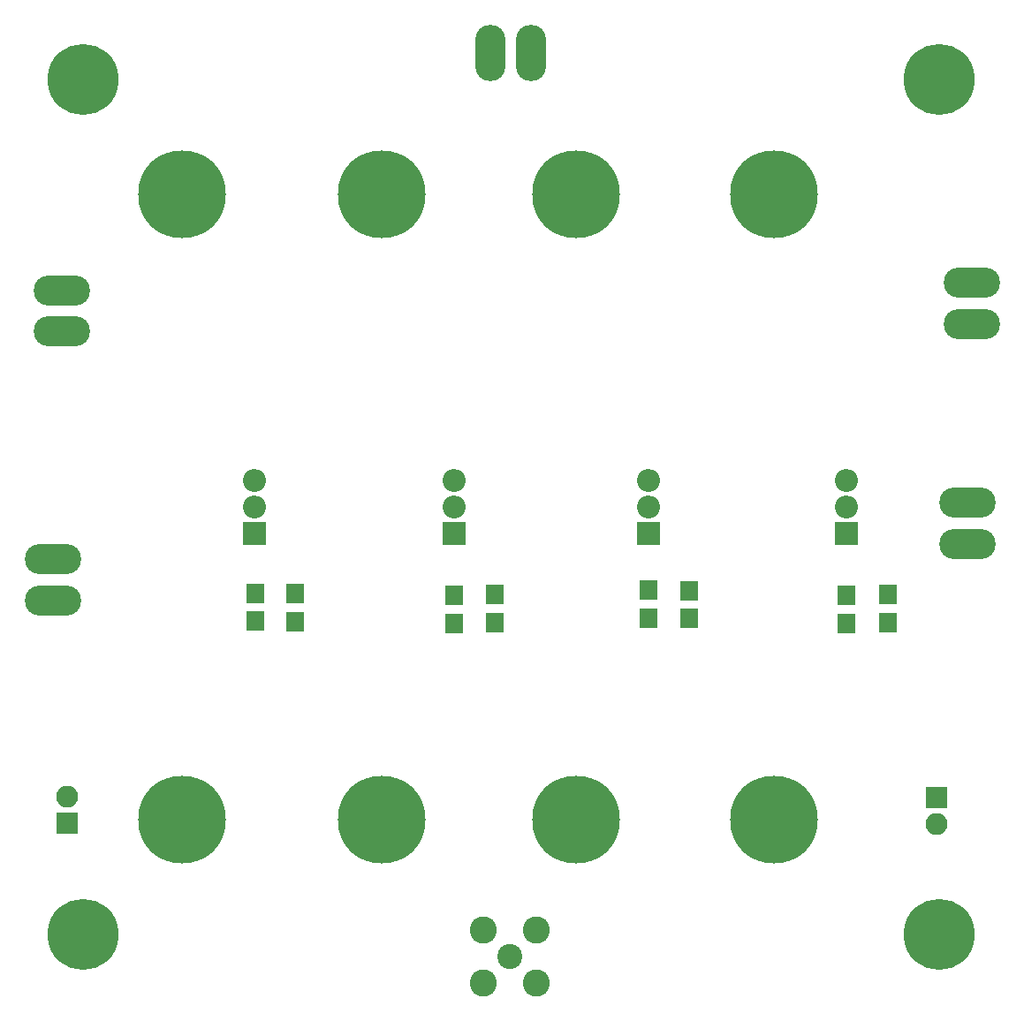
<source format=gbr>
G04 #@! TF.FileFunction,Soldermask,Bot*
%FSLAX46Y46*%
G04 Gerber Fmt 4.6, Leading zero omitted, Abs format (unit mm)*
G04 Created by KiCad (PCBNEW 4.0.2-stable) date 10/05/17 14:11:08*
%MOMM*%
G01*
G04 APERTURE LIST*
%ADD10C,0.100000*%
%ADD11R,2.200000X2.200000*%
%ADD12O,2.200000X2.200000*%
%ADD13C,8.400000*%
%ADD14C,6.800000*%
%ADD15C,1.200000*%
%ADD16R,2.100000X2.100000*%
%ADD17O,2.100000X2.100000*%
%ADD18O,5.401260X2.900000*%
%ADD19O,2.900000X5.401260*%
%ADD20C,2.600000*%
%ADD21C,2.400000*%
%ADD22R,1.700000X1.900000*%
G04 APERTURE END LIST*
D10*
D11*
X123116980Y-98024760D03*
D12*
X123116980Y-95484760D03*
X123116980Y-92944760D03*
D13*
X116150000Y-125500000D03*
X116150000Y-65500000D03*
D11*
X160666980Y-98024760D03*
D12*
X160666980Y-95484760D03*
X160666980Y-92944760D03*
D13*
X153700000Y-125500000D03*
X153700000Y-65500000D03*
D11*
X103966980Y-98024760D03*
D12*
X103966980Y-95484760D03*
X103966980Y-92944760D03*
D13*
X97000000Y-125500000D03*
X97000000Y-65500000D03*
D11*
X141716980Y-98024760D03*
D12*
X141716980Y-95484760D03*
X141716980Y-92944760D03*
D13*
X134750000Y-125500000D03*
X134750000Y-65500000D03*
D14*
X87500000Y-136500000D03*
D15*
X89900000Y-136500000D03*
X89197056Y-138197056D03*
X87500000Y-138900000D03*
X85802944Y-138197056D03*
X85100000Y-136500000D03*
X85802944Y-134802944D03*
X87500000Y-134100000D03*
X89197056Y-134802944D03*
D14*
X169600000Y-136500000D03*
D15*
X172000000Y-136500000D03*
X171297056Y-138197056D03*
X169600000Y-138900000D03*
X167902944Y-138197056D03*
X167200000Y-136500000D03*
X167902944Y-134802944D03*
X169600000Y-134100000D03*
X171297056Y-134802944D03*
D14*
X169600000Y-54500000D03*
D15*
X172000000Y-54500000D03*
X171297056Y-56197056D03*
X169600000Y-56900000D03*
X167902944Y-56197056D03*
X167200000Y-54500000D03*
X167902944Y-52802944D03*
X169600000Y-52100000D03*
X171297056Y-52802944D03*
D14*
X87500000Y-54500000D03*
D15*
X89900000Y-54500000D03*
X89197056Y-56197056D03*
X87500000Y-56900000D03*
X85802944Y-56197056D03*
X85100000Y-54500000D03*
X85802944Y-52802944D03*
X87500000Y-52100000D03*
X89197056Y-52802944D03*
D16*
X169350000Y-123350000D03*
D17*
X169350000Y-125890000D03*
D18*
X172300000Y-95068800D03*
X172300000Y-99031200D03*
D16*
X86000000Y-125800000D03*
D17*
X86000000Y-123260000D03*
D19*
X126518800Y-51950000D03*
X130481200Y-51950000D03*
D18*
X172700000Y-74018800D03*
X172700000Y-77981200D03*
X85450000Y-78681200D03*
X85450000Y-74718800D03*
D20*
X125860000Y-136060000D03*
X130940000Y-136060000D03*
X130940000Y-141140000D03*
X125860000Y-141140000D03*
D21*
X128400000Y-138600000D03*
D18*
X84600000Y-104481200D03*
X84600000Y-100518800D03*
D22*
X104000000Y-103750000D03*
X104000000Y-106450000D03*
X107850000Y-103800000D03*
X107850000Y-106500000D03*
X123100000Y-104000000D03*
X123100000Y-106700000D03*
X127000000Y-103900000D03*
X127000000Y-106600000D03*
X141700000Y-103450000D03*
X141700000Y-106150000D03*
X145600000Y-103500000D03*
X145600000Y-106200000D03*
X160700000Y-103950000D03*
X160700000Y-106650000D03*
X164650000Y-103900000D03*
X164650000Y-106600000D03*
M02*

</source>
